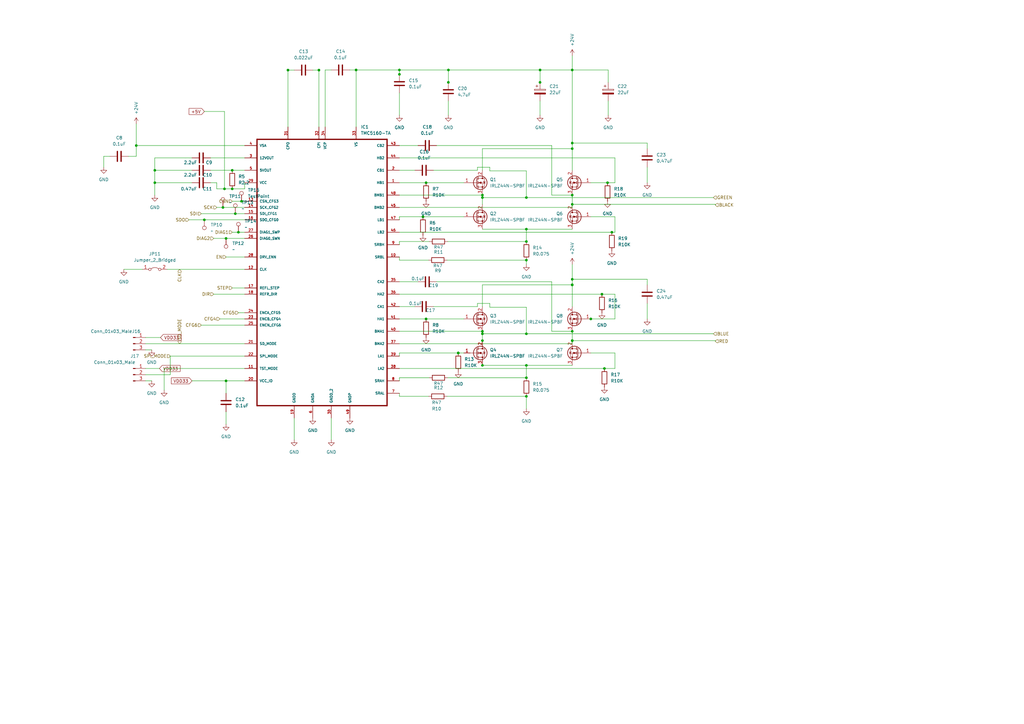
<source format=kicad_sch>
(kicad_sch (version 20211123) (generator eeschema)
  (paper "A3")
  (lib_symbols
    (symbol "Connector:Conn_01x03_Male" (pin_names (offset 1.016) hide)
      (property "Reference" "J" (at 0 5.08 0))
      (property "Value" "Conn_01x03_Male" (at 0 -5.08 0))
      (symbol "Conn_01x03_Male_1_1"
        (polyline (pts (xy 1.27 -2.54) (xy 0.8636 -2.54)) (stroke (width 0.1524)))
        (polyline (pts (xy 1.27 0) (xy 0.8636 0)) (stroke (width 0.1524)))
        (polyline (pts (xy 1.27 2.54) (xy 0.8636 2.54)) (stroke (width 0.1524)))
        (rectangle (start 0.8636 -2.413) (end 0 -2.667) (stroke (width 0.1524)) (fill (type outline)))
        (rectangle (start 0.8636 0.127) (end 0 -0.127) (stroke (width 0.1524)) (fill (type outline)))
        (rectangle (start 0.8636 2.667) (end 0 2.413) (stroke (width 0.1524)) (fill (type outline)))
        (pin passive line (at 5.08 2.54 180) (length 3.81) (name "Pin_1") (number "1"))
        (pin passive line (at 5.08 0 180) (length 3.81) (name "Pin_2") (number "2"))
        (pin passive line (at 5.08 -2.54 180) (length 3.81) (name "Pin_3") (number "3"))
      )
    )
    (symbol "Connector:TestPoint" (pin_numbers hide) (pin_names (offset 0.762) hide)
      (property "Reference" "TP" (at 0 6.858 0))
      (property "Value" "TestPoint" (at 0 5.08 0))
      (symbol "TestPoint_0_1"
        (circle (center 0 3.302) (radius 0.762))
      )
      (symbol "TestPoint_1_1"
        (pin passive line (at 0 0 90) (length 2.54) (name "1") (number "1"))
      )
    )
    (symbol "Device:C" (pin_numbers hide) (pin_names (offset 0.254))
      (property "Reference" "C" (at 0.635 2.54 0))
      (property "Value" "C" (at 0.635 -2.54 0))
      (symbol "C_0_1"
        (polyline (pts (xy -2.032 -0.762) (xy 2.032 -0.762)) (stroke (width 0.508)))
        (polyline (pts (xy -2.032 0.762) (xy 2.032 0.762)) (stroke (width 0.508)))
      )
      (symbol "C_1_1"
        (pin passive line (at 0 3.81 270) (length 2.794) (name "~") (number "1"))
        (pin passive line (at 0 -3.81 90) (length 2.794) (name "~") (number "2"))
      )
    )
    (symbol "Device:C_Polarized" (pin_numbers hide) (pin_names (offset 0.254))
      (property "Reference" "C" (at 0.635 2.54 0))
      (property "Value" "C_Polarized" (at 0.635 -2.54 0))
      (symbol "C_Polarized_0_1"
        (rectangle (start -2.286 0.508) (end 2.286 1.016))
        (polyline (pts (xy -1.778 2.286) (xy -0.762 2.286)))
        (polyline (pts (xy -1.27 2.794) (xy -1.27 1.778)))
        (rectangle (start 2.286 -0.508) (end -2.286 -1.016) (fill (type outline)))
      )
      (symbol "C_Polarized_1_1"
        (pin passive line (at 0 3.81 270) (length 2.794) (name "~") (number "1"))
        (pin passive line (at 0 -3.81 90) (length 2.794) (name "~") (number "2"))
      )
    )
    (symbol "Device:R" (pin_numbers hide) (pin_names (offset 0))
      (property "Reference" "R" (at 2.032 0 90))
      (property "Value" "R" (at 0 0 90))
      (symbol "R_0_1"
        (rectangle (start -1.016 -2.54) (end 1.016 2.54) (stroke (width 0.254)))
      )
      (symbol "R_1_1"
        (pin passive line (at 0 3.81 270) (length 1.27) (name "~") (number "1"))
        (pin passive line (at 0 -3.81 90) (length 1.27) (name "~") (number "2"))
      )
    )
    (symbol "Jumper:Jumper_2_Bridged" (pin_names (offset 0) hide)
      (property "Reference" "JP" (at 0 1.905 0))
      (property "Value" "Jumper_2_Bridged" (at 0 -2.54 0))
      (symbol "Jumper_2_Bridged_0_0"
        (circle (center -2.032 0) (radius 0.508))
        (circle (center 2.032 0) (radius 0.508))
      )
      (symbol "Jumper_2_Bridged_0_1"
        (arc (start 1.524 0.254) (mid 0 0.762) (end -1.524 0.254))
      )
      (symbol "Jumper_2_Bridged_1_1"
        (pin passive line (at -5.08 0 0) (length 2.54) (name "A") (number "1"))
        (pin passive line (at 5.08 0 180) (length 2.54) (name "B") (number "2"))
      )
    )
    (symbol "TMC5160-TA:TMC5160-TA" (pin_names (offset 1.016))
      (property "Reference" "IC" (at 31.75 -7.62 0))
      (property "Value" "TMC5160-TA" (at 31.75 -10.16 0))
      (symbol "TMC5160-TA_0_0"
        (polyline (pts (xy 5.08 -106.68) (xy 58.42 -106.68)) (stroke (width 0.508)))
        (polyline (pts (xy 5.08 2.54) (xy 5.08 -106.68)) (stroke (width 0.508)))
        (polyline (pts (xy 58.42 -106.68) (xy 58.42 2.54)) (stroke (width 0.508)))
        (polyline (pts (xy 58.42 2.54) (xy 5.08 2.54)) (stroke (width 0.508)))
        (pin output line (at 63.5 -15.24 180) (length 5.08) (name "HB1") (number "1"))
        (pin input line (at 63.5 -45.72 180) (length 5.08) (name "SRBL") (number "10"))
        (pin input line (at 0 -91.44 0) (length 5.08) (name "TST_MODE") (number "11"))
        (pin input line (at 0 -50.8 0) (length 5.08) (name "CLK") (number "12"))
        (pin input line (at 0 -22.86 0) (length 5.08) (name "CSN_CFG3") (number "13"))
        (pin input line (at 0 -25.4 0) (length 5.08) (name "SCK_CFG2") (number "14"))
        (pin input line (at 0 -27.94 0) (length 5.08) (name "SDI_CFG1") (number "15"))
        (pin output line (at 0 -30.48 0) (length 5.08) (name "SDO_CFG0") (number "16"))
        (pin input line (at 0 -58.42 0) (length 5.08) (name "REFL_STEP") (number "17"))
        (pin input line (at 0 -60.96 0) (length 5.08) (name "REFR_DIR") (number "18"))
        (pin power_in line (at 20.32 -111.76 90) (length 5.08) (name "GNDD") (number "19"))
        (pin input line (at 63.5 -10.16 180) (length 5.08) (name "CB1") (number "2"))
        (pin power_in line (at 0 -96.52 0) (length 5.08) (name "VCC_IO") (number "20"))
        (pin input line (at 0 -81.28 0) (length 5.08) (name "SD_MODE") (number "21"))
        (pin input line (at 0 -86.36 0) (length 5.08) (name "SPI_MODE") (number "22"))
        (pin input line (at 0 -71.12 0) (length 5.08) (name "ENCB_CFG4") (number "23"))
        (pin input line (at 0 -68.58 0) (length 5.08) (name "ENCA_CFG5") (number "24"))
        (pin input line (at 0 -73.66 0) (length 5.08) (name "ENCN_CFG6") (number "25"))
        (pin bidirectional line (at 0 -38.1 0) (length 5.08) (name "DIAG0_SWN") (number "26"))
        (pin bidirectional line (at 0 -35.56 0) (length 5.08) (name "DIAG1_SWP") (number "27"))
        (pin input line (at 0 -45.72 0) (length 5.08) (name "DRV_ENN") (number "28"))
        (pin power_in line (at 0 -15.24 0) (length 5.08) (name "VCC") (number "29"))
        (pin bidirectional line (at 0 -5.08 0) (length 5.08) (name "12VOUT") (number "3"))
        (pin power_in line (at 35.56 -111.76 90) (length 5.08) (name "GNDD_2") (number "30"))
        (pin input line (at 17.78 7.62 270) (length 5.08) (name "CPO") (number "31"))
        (pin input line (at 30.48 7.62 270) (length 5.08) (name "CPI") (number "32"))
        (pin power_in line (at 45.72 7.62 270) (length 5.08) (name "VS") (number "33"))
        (pin input line (at 33.02 7.62 270) (length 5.08) (name "VCP") (number "34"))
        (pin input line (at 63.5 -55.88 180) (length 5.08) (name "CA2") (number "35"))
        (pin output line (at 63.5 -60.96 180) (length 5.08) (name "HA2") (number "36"))
        (pin input line (at 63.5 -81.28 180) (length 5.08) (name "BMA2") (number "37"))
        (pin output line (at 63.5 -91.44 180) (length 5.08) (name "LA2") (number "38"))
        (pin output line (at 63.5 -86.36 180) (length 5.08) (name "LA1") (number "39"))
        (pin power_in line (at 0 0 0) (length 5.08) (name "VSA") (number "4"))
        (pin input line (at 63.5 -76.2 180) (length 5.08) (name "BMA1") (number "40"))
        (pin output line (at 63.5 -71.12 180) (length 5.08) (name "HA1") (number "41"))
        (pin input line (at 63.5 -66.04 180) (length 5.08) (name "CA1") (number "42"))
        (pin input line (at 63.5 0 180) (length 5.08) (name "CB2") (number "43"))
        (pin output line (at 63.5 -5.08 180) (length 5.08) (name "HB2") (number "44"))
        (pin input line (at 63.5 -25.4 180) (length 5.08) (name "BMB2") (number "45"))
        (pin output line (at 63.5 -35.56 180) (length 5.08) (name "LB2") (number "46"))
        (pin output line (at 63.5 -30.48 180) (length 5.08) (name "LB1") (number "47"))
        (pin input line (at 63.5 -20.32 180) (length 5.08) (name "BMB1") (number "48"))
        (pin power_in line (at 43.18 -111.76 90) (length 5.08) (name "GNDP") (number "49"))
        (pin bidirectional line (at 0 -10.16 0) (length 5.08) (name "5VOUT") (number "5"))
        (pin power_in line (at 27.94 -111.76 90) (length 5.08) (name "GNDA") (number "6"))
        (pin input line (at 63.5 -101.6 180) (length 5.08) (name "SRAL") (number "7"))
        (pin input line (at 63.5 -96.52 180) (length 5.08) (name "SRAH") (number "8"))
        (pin input line (at 63.5 -40.64 180) (length 5.08) (name "SRBH") (number "9"))
      )
    )
    (symbol "knownParts:IRLZ44N-SPBF" (pin_names hide)
      (property "Reference" "Q" (at 6.35 1.905 0))
      (property "Value" "IRLZ44N-SPBF" (at 6.35 0 0))
      (symbol "IRLZ44N-SPBF_0_1"
        (polyline (pts (xy 0.254 0) (xy -2.54 0)))
        (polyline (pts (xy 0.254 1.905) (xy 0.254 -1.905)) (stroke (width 0.254)))
        (polyline (pts (xy 0.762 -1.27) (xy 0.762 -2.286)) (stroke (width 0.254)))
        (polyline (pts (xy 0.762 0.508) (xy 0.762 -0.508)) (stroke (width 0.254)))
        (polyline (pts (xy 0.762 2.286) (xy 0.762 1.27)) (stroke (width 0.254)))
        (polyline (pts (xy 2.54 2.54) (xy 2.54 1.778)))
        (polyline (pts (xy 2.54 -2.54) (xy 2.54 0) (xy 0.762 0)))
        (polyline (pts (xy 0.762 -1.778) (xy 3.302 -1.778) (xy 3.302 1.778) (xy 0.762 1.778)))
        (polyline (pts (xy 1.016 0) (xy 2.032 0.381) (xy 2.032 -0.381) (xy 1.016 0)) (fill (type outline)))
        (polyline (pts (xy 2.794 0.508) (xy 2.921 0.381) (xy 3.683 0.381) (xy 3.81 0.254)))
        (polyline (pts (xy 3.302 0.381) (xy 2.921 -0.254) (xy 3.683 -0.254) (xy 3.302 0.381)))
        (circle (center 1.651 0) (radius 2.794) (stroke (width 0.254)))
        (circle (center 2.54 -1.778) (radius 0.254) (fill (type outline)))
        (circle (center 2.54 1.778) (radius 0.254) (fill (type outline)))
      )
      (symbol "IRLZ44N-SPBF_1_1"
        (pin input line (at -5.08 0 0) (length 2.54) (name "G") (number "1"))
        (pin passive line (at 2.54 5.08 270) (length 2.54) (name "D") (number "2"))
        (pin passive line (at 2.54 -5.08 90) (length 2.54) (name "S") (number "3"))
      )
    )
    (symbol "power:+24V" (power) (pin_names (offset 0))
      (property "Value" "+24V" (at 0 3.556 0))
      (symbol "+24V_0_1"
        (polyline (pts (xy -0.762 1.27) (xy 0 2.54)))
        (polyline (pts (xy 0 0) (xy 0 2.54)))
        (polyline (pts (xy 0 2.54) (xy 0.762 1.27)))
      )
      (symbol "+24V_1_1"
        (pin power_in line (at 0 0 90) (length 0) hide (name "+24V") (number "1"))
      )
    )
    (symbol "power:GND" (power) (pin_names (offset 0))
      (property "Value" "GND" (at 0 -3.81 0))
      (symbol "GND_0_1"
        (polyline (pts (xy 0 0) (xy 0 -1.27) (xy 1.27 -1.27) (xy 0 -2.54) (xy -1.27 -1.27) (xy 0 -1.27)))
      )
      (symbol "GND_1_1"
        (pin power_in line (at 0 0 270) (length 0) hide (name "GND") (number "1"))
      )
    )
  )
  (junction (at 187.96 144.78))
  (junction (at 234.696 28.702))
  (junction (at 215.9 149.86))
  (junction (at 99.06 82.55))
  (junction (at 63.5 74.93))
  (junction (at 95.25 77.47))
  (junction (at 242.3237 130.81))
  (junction (at 234.696 80.01))
  (junction (at 221.488 33.782))
  (junction (at 197.866 135.89))
  (junction (at 215.9 154.94))
  (junction (at 215.9 93.98))
  (junction (at 234.7037 135.89))
  (junction (at 92.71 156.21))
  (junction (at 83.82 90.17))
  (junction (at 250.952 95.25))
  (junction (at 92.075 77.47))
  (junction (at 130.81 28.7483))
  (junction (at 97.79 95.25))
  (junction (at 234.696 83.82))
  (junction (at 163.8195 28.702))
  (junction (at 246.888 120.65))
  (junction (at 174.752 130.81))
  (junction (at 234.696 116.84))
  (junction (at 234.696 58.674))
  (junction (at 118.11 28.7483))
  (junction (at 173.482 88.9))
  (junction (at 197.866 80.01))
  (junction (at 215.9 136.906))
  (junction (at 92.71 97.79))
  (junction (at 221.5083 28.702))
  (junction (at 215.9 106.68))
  (junction (at 234.696 139.7))
  (junction (at 215.9 162.56))
  (junction (at 55.88 59.69))
  (junction (at 197.866 136.906))
  (junction (at 234.696 114.554))
  (junction (at 95.25 69.85))
  (junction (at 249.174 74.93))
  (junction (at 63.5 69.85))
  (junction (at 183.896 33.782))
  (junction (at 215.9 81.026))
  (junction (at 234.696 60.96))
  (junction (at 146.05 28.702))
  (junction (at 197.866 81.026))
  (junction (at 183.9228 28.702))
  (junction (at 91.44 85.09))
  (junction (at 187.96 144.775))
  (junction (at 96.52 87.63))
  (junction (at 234.7037 139.7))
  (junction (at 234.7037 116.84))
  (junction (at 215.9 99.06))
  (junction (at 197.866 149.855))
  (junction (at 247.904 151.13))
  (junction (at 197.866 139.695))
  (junction (at 174.752 74.93))
  (junction (at 163.83 30.48))
  (wire (pts (xy 215.9 93.98) (xy 215.9 99.06)))
  (wire (pts (xy 265.43 58.674) (xy 265.43 60.96)))
  (wire (pts (xy 163.83 106.68) (xy 175.768 106.68)))
  (wire (pts (xy 265.43 58.674) (xy 234.696 58.674)))
  (wire (pts (xy 92.075 45.72) (xy 83.82 45.72)))
  (wire (pts (xy 163.83 88.9) (xy 163.83 90.17)))
  (wire (pts (xy 163.83 69.85) (xy 170.18 69.85)))
  (wire (pts (xy 163.83 115.57) (xy 171.45 115.57)))
  (wire (pts (xy 163.83 130.81) (xy 174.752 130.81)))
  (wire (pts (xy 118.11 28.7483) (xy 120.7057 28.7483)))
  (wire (pts (xy 179.07 115.57) (xy 226.314 115.57)))
  (wire (pts (xy 55.88 50.8) (xy 55.88 59.69)))
  (wire (pts (xy 234.696 139.7) (xy 234.696 140.97)))
  (wire (pts (xy 163.83 161.29) (xy 163.83 162.56)))
  (wire (pts (xy 200.914 68.58) (xy 200.914 70.104)))
  (wire (pts (xy 190.246 144.775) (xy 187.96 144.775)))
  (wire (pts (xy 249.428 28.702) (xy 249.428 33.782)))
  (wire (pts (xy 195.834 69.85) (xy 195.834 68.58)))
  (wire (pts (xy 234.696 22.86) (xy 234.696 28.702)))
  (wire (pts (xy 234.696 83.82) (xy 293.37 83.82)))
  (wire (pts (xy 88.9 77.47) (xy 92.075 77.47)))
  (wire (pts (xy 55.88 59.69) (xy 100.33 59.69)))
  (wire (pts (xy 187.96 144.775) (xy 187.96 144.78)))
  (wire (pts (xy 215.9 149.86) (xy 215.9 154.94)))
  (wire (pts (xy 97.79 128.27) (xy 100.33 128.27)))
  (wire (pts (xy 118.11 28.702) (xy 118.11 28.7483)))
  (wire (pts (xy 183.642 154.94) (xy 215.9 154.94)))
  (wire (pts (xy 163.83 85.09) (xy 234.696 85.09)))
  (wire (pts (xy 215.9 81.026) (xy 197.866 81.026)))
  (wire (pts (xy 234.696 60.96) (xy 234.696 69.85)))
  (wire (pts (xy 59.69 140.97) (xy 100.33 140.97)))
  (wire (pts (xy 183.388 106.68) (xy 215.9 106.68)))
  (wire (pts (xy 59.69 143.51) (xy 62.23 143.51)))
  (wire (pts (xy 174.752 74.93) (xy 190.246 74.93)))
  (wire (pts (xy 242.316 144.78) (xy 252.222 144.78)))
  (wire (pts (xy 234.696 83.82) (xy 234.696 85.09)))
  (wire (pts (xy 163.83 156.21) (xy 163.83 154.94)))
  (wire (pts (xy 215.9 81.026) (xy 292.608 81.026)))
  (wire (pts (xy 99.06 82.55) (xy 100.33 82.55)))
  (wire (pts (xy 252.222 64.77) (xy 252.222 74.93)))
  (wire (pts (xy 163.83 154.94) (xy 176.022 154.94)))
  (wire (pts (xy 146.05 28.702) (xy 146.05 52.07)))
  (wire (pts (xy 95.25 118.11) (xy 100.33 118.11)))
  (wire (pts (xy 242.3237 130.81) (xy 252.222 130.81)))
  (wire (pts (xy 242.316 130.81) (xy 242.3237 130.81)))
  (wire (pts (xy 163.83 74.93) (xy 174.752 74.93)))
  (wire (pts (xy 234.696 80.01) (xy 234.696 83.82)))
  (wire (pts (xy 200.914 125.984) (xy 215.9 125.984)))
  (wire (pts (xy 215.9 93.98) (xy 234.696 93.98)))
  (wire (pts (xy 163.83 95.25) (xy 250.952 95.25)))
  (wire (pts (xy 183.9228 28.702) (xy 183.9228 33.782)))
  (wire (pts (xy 69.85 146.05) (xy 100.33 146.05)))
  (wire (pts (xy 118.11 28.7483) (xy 118.11 52.07)))
  (wire (pts (xy 63.5 64.77) (xy 63.5 69.85)))
  (wire (pts (xy 195.834 68.58) (xy 200.914 68.58)))
  (wire (pts (xy 163.83 151.13) (xy 247.904 151.13)))
  (wire (pts (xy 163.83 100.33) (xy 163.83 99.06)))
  (wire (pts (xy 100.33 69.85) (xy 95.25 69.85)))
  (wire (pts (xy 174.752 130.81) (xy 190.246 130.81)))
  (wire (pts (xy 234.7037 139.7) (xy 293.37 139.7)))
  (wire (pts (xy 234.696 139.7) (xy 234.7037 139.7)))
  (wire (pts (xy 163.83 105.41) (xy 163.83 106.68)))
  (wire (pts (xy 67.31 151.13) (xy 100.33 151.13)))
  (wire (pts (xy 215.9 125.984) (xy 215.9 136.906)))
  (wire (pts (xy 59.69 153.67) (xy 69.85 153.67)))
  (wire (pts (xy 183.388 162.56) (xy 215.9 162.56)))
  (wire (pts (xy 242.316 74.93) (xy 249.174 74.93)))
  (wire (pts (xy 163.83 64.77) (xy 252.222 64.77)))
  (wire (pts (xy 163.83 80.01) (xy 197.866 80.01)))
  (wire (pts (xy 197.866 80.01) (xy 197.866 81.026)))
  (wire (pts (xy 163.83 144.78) (xy 187.96 144.78)))
  (wire (pts (xy 130.81 28.702) (xy 130.81 28.7483)))
  (wire (pts (xy 215.9 106.68) (xy 215.9 108.458)))
  (wire (pts (xy 197.866 136.906) (xy 197.866 139.695)))
  (wire (pts (xy 163.83 144.78) (xy 163.83 146.05)))
  (wire (pts (xy 69.85 153.67) (xy 69.85 146.05)))
  (wire (pts (xy 100.33 74.93) (xy 100.33 77.47)))
  (wire (pts (xy 250.952 95.25) (xy 252.222 95.25)))
  (wire (pts (xy 234.696 58.674) (xy 234.696 60.96)))
  (wire (pts (xy 68.58 110.49) (xy 100.33 110.49)))
  (wire (pts (xy 87.63 120.65) (xy 100.33 120.65)))
  (wire (pts (xy 86.36 64.77) (xy 100.33 64.77)))
  (wire (pts (xy 226.314 59.69) (xy 226.314 80.01)))
  (wire (pts (xy 92.71 168.91) (xy 92.71 173.99)))
  (wire (pts (xy 197.866 149.86) (xy 215.9 149.86)))
  (wire (pts (xy 234.696 108.458) (xy 234.696 114.554)))
  (wire (pts (xy 183.9228 28.702) (xy 221.5083 28.702)))
  (wire (pts (xy 92.71 156.21) (xy 92.71 161.29)))
  (wire (pts (xy 146.05 28.702) (xy 163.8195 28.702)))
  (wire (pts (xy 55.88 59.69) (xy 55.88 64.135)))
  (wire (pts (xy 163.83 38.1) (xy 163.83 47.244)))
  (wire (pts (xy 96.52 87.63) (xy 100.33 87.63)))
  (wire (pts (xy 221.5083 33.782) (xy 221.488 33.782)))
  (wire (pts (xy 50.8 110.49) (xy 58.42 110.49)))
  (wire (pts (xy 265.43 68.58) (xy 265.43 74.93)))
  (wire (pts (xy 195.834 124.46) (xy 200.914 124.46)))
  (wire (pts (xy 200.914 70.104) (xy 215.9 70.104)))
  (wire (pts (xy 135.89 171.45) (xy 135.89 180.34)))
  (wire (pts (xy 197.866 60.96) (xy 234.696 60.96)))
  (wire (pts (xy 163.83 99.06) (xy 176.022 99.06)))
  (wire (pts (xy 265.43 114.554) (xy 234.696 114.554)))
  (wire (pts (xy 197.866 139.695) (xy 197.866 139.7)))
  (wire (pts (xy 59.69 151.13) (xy 65.405 151.13)))
  (wire (pts (xy 179.07 59.69) (xy 226.314 59.69)))
  (wire (pts (xy 120.65 171.45) (xy 120.65 180.34)))
  (wire (pts (xy 173.482 88.9) (xy 190.246 88.9)))
  (wire (pts (xy 77.47 90.17) (xy 83.82 90.17)))
  (wire (pts (xy 265.43 114.554) (xy 265.43 116.84)))
  (wire (pts (xy 265.43 124.46) (xy 265.43 130.81)))
  (wire (pts (xy 215.9 136.906) (xy 292.608 136.906)))
  (wire (pts (xy 128.3257 28.7483) (xy 130.81 28.7483)))
  (wire (pts (xy 163.8195 28.702) (xy 163.8195 30.48)))
  (wire (pts (xy 87.63 97.79) (xy 92.71 97.79)))
  (wire (pts (xy 133.35 28.702) (xy 133.35 52.07)))
  (wire (pts (xy 163.8195 28.702) (xy 183.9228 28.702)))
  (wire (pts (xy 246.888 120.65) (xy 252.222 120.65)))
  (wire (pts (xy 63.5 69.85) (xy 63.5 74.93)))
  (wire (pts (xy 163.83 162.56) (xy 175.768 162.56)))
  (wire (pts (xy 63.5 74.93) (xy 63.5 80.01)))
  (wire (pts (xy 90.17 130.81) (xy 100.33 130.81)))
  (wire (pts (xy 293.37 83.82) (xy 293.37 84.074)))
  (wire (pts (xy 252.222 120.65) (xy 252.222 130.81)))
  (wire (pts (xy 163.83 59.69) (xy 171.45 59.69)))
  (wire (pts (xy 177.8 69.85) (xy 195.834 69.85)))
  (wire (pts (xy 293.37 139.7) (xy 293.37 139.954)))
  (wire (pts (xy 252.222 88.9) (xy 252.222 95.25)))
  (wire (pts (xy 59.69 138.43) (xy 65.8381 138.43)))
  (wire (pts (xy 163.83 88.9) (xy 173.482 88.9)))
  (wire (pts (xy 197.866 149.86) (xy 197.866 149.855)))
  (wire (pts (xy 197.866 125.73) (xy 197.866 116.84)))
  (wire (pts (xy 63.5 64.77) (xy 78.74 64.77)))
  (wire (pts (xy 86.36 74.93) (xy 88.9 74.93)))
  (wire (pts (xy 95.25 95.25) (xy 97.79 95.25)))
  (wire (pts (xy 67.31 151.13) (xy 67.31 160.02)))
  (wire (pts (xy 234.7037 116.84) (xy 234.696 116.84)))
  (wire (pts (xy 42.545 64.135) (xy 45.0938 64.135)))
  (wire (pts (xy 242.316 88.9) (xy 252.222 88.9)))
  (wire (pts (xy 183.642 99.06) (xy 215.9 99.06)))
  (wire (pts (xy 226.314 80.01) (xy 234.696 80.01)))
  (wire (pts (xy 234.696 114.554) (xy 234.696 116.84)))
  (wire (pts (xy 215.9 136.906) (xy 197.866 136.906)))
  (wire (pts (xy 215.9 149.86) (xy 234.696 149.86)))
  (wire (pts (xy 163.83 140.97) (xy 234.696 140.97)))
  (wire (pts (xy 63.5 74.93) (xy 78.74 74.93)))
  (wire (pts (xy 234.696 28.702) (xy 249.428 28.702)))
  (wire (pts (xy 163.83 135.89) (xy 197.866 135.89)))
  (wire (pts (xy 221.5083 28.702) (xy 221.5083 33.782)))
  (wire (pts (xy 88.9 74.93) (xy 88.9 77.47)))
  (wire (pts (xy 249.428 41.402) (xy 249.428 47.244)))
  (wire (pts (xy 78.74 156.21) (xy 92.71 156.21)))
  (wire (pts (xy 215.9 70.104) (xy 215.9 81.026)))
  (wire (pts (xy 197.866 69.85) (xy 197.866 60.96)))
  (wire (pts (xy 92.71 105.41) (xy 100.33 105.41)))
  (wire (pts (xy 163.83 125.73) (xy 170.18 125.73)))
  (wire (pts (xy 130.81 28.7483) (xy 130.81 52.07)))
  (wire (pts (xy 59.69 156.21) (xy 62.23 156.21)))
  (wire (pts (xy 215.9 162.56) (xy 215.9 167.64)))
  (wire (pts (xy 247.904 151.13) (xy 252.222 151.13)))
  (wire (pts (xy 92.71 156.21) (xy 100.33 156.21)))
  (wire (pts (xy 197.866 135.89) (xy 197.866 136.906)))
  (wire (pts (xy 226.314 115.57) (xy 226.314 135.89)))
  (wire (pts (xy 221.488 41.402) (xy 221.488 47.244)))
  (wire (pts (xy 177.8 125.73) (xy 195.834 125.73)))
  (wire (pts (xy 197.866 116.84) (xy 234.696 116.84)))
  (wire (pts (xy 42.545 68.58) (xy 42.545 64.135)))
  (wire (pts (xy 200.914 124.46) (xy 200.914 125.984)))
  (wire (pts (xy 197.866 81.026) (xy 197.866 83.82)))
  (wire (pts (xy 92.075 45.72) (xy 92.075 77.47)))
  (wire (pts (xy 221.5083 28.702) (xy 234.696 28.702)))
  (wire (pts (xy 92.075 77.47) (xy 95.25 77.47)))
  (wire (pts (xy 163.8195 30.48) (xy 163.83 30.48)))
  (wire (pts (xy 143.4882 28.702) (xy 146.05 28.702)))
  (wire (pts (xy 249.174 74.93) (xy 252.222 74.93)))
  (wire (pts (xy 133.35 28.702) (xy 135.8682 28.702)))
  (wire (pts (xy 163.83 120.65) (xy 246.888 120.65)))
  (wire (pts (xy 86.36 69.85) (xy 95.25 69.85)))
  (wire (pts (xy 63.5 69.85) (xy 78.74 69.85)))
  (wire (pts (xy 83.82 90.17) (xy 100.33 90.17)))
  (wire (pts (xy 95.25 77.47) (xy 100.33 77.47)))
  (wire (pts (xy 82.55 133.35) (xy 100.33 133.35)))
  (wire (pts (xy 52.7138 64.135) (xy 55.88 64.135)))
  (wire (pts (xy 82.55 87.63) (xy 96.52 87.63)))
  (wire (pts (xy 92.71 97.79) (xy 100.33 97.79)))
  (wire (pts (xy 183.9228 33.782) (xy 183.896 33.782)))
  (wire (pts (xy 195.834 125.73) (xy 195.834 124.46)))
  (wire (pts (xy 183.896 41.402) (xy 183.896 47.244)))
  (wire (pts (xy 234.7037 135.89) (xy 234.7037 139.7)))
  (wire (pts (xy 91.44 85.09) (xy 100.33 85.09)))
  (wire (pts (xy 97.79 95.25) (xy 100.33 95.25)))
  (wire (pts (xy 95.25 82.55) (xy 99.06 82.55)))
  (wire (pts (xy 234.696 28.702) (xy 234.696 58.674)))
  (wire (pts (xy 226.314 135.89) (xy 234.7037 135.89)))
  (wire (pts (xy 88.9 85.09) (xy 91.44 85.09)))
  (wire (pts (xy 197.866 93.98) (xy 215.9 93.98)))
  (wire (pts (xy 234.7037 125.73) (xy 234.7037 116.84)))
  (wire (pts (xy 252.222 144.78) (xy 252.222 151.13)))
  (global_label "VDD33" (shape input) (at 65.405 151.13 0) (property "Intersheet References" "${INTERSHEET_REFS}" (effects hide)))
  (global_label "VDD33" (shape input) (at 65.8381 138.43 0) (property "Intersheet References" "${INTERSHEET_REFS}" (effects hide)))
  (global_label "VDD33" (shape input) (at 78.74 156.21 180) (property "Intersheet References" "${INTERSHEET_REFS}" (effects hide)))
  (global_label "+5V" (shape input) (at 83.82 45.72 180) (property "Intersheet References" "${INTERSHEET_REFS}" (effects hide)))
  (hierarchical_label "RED" (shape input) (at 293.37 139.954 0))
  (hierarchical_label "BLUE" (shape input) (at 292.608 136.906 0))
  (hierarchical_label "SD_MODE" (shape input) (at 73.66 140.97 90))
  (hierarchical_label "DIAG2" (shape input) (at 87.63 97.79 180))
  (hierarchical_label "SDO" (shape input) (at 77.47 90.17 180))
  (hierarchical_label "DIR" (shape input) (at 87.63 120.65 180))
  (hierarchical_label "EN" (shape input) (at 92.71 105.41 180))
  (hierarchical_label "SDI" (shape input) (at 82.55 87.63 180))
  (hierarchical_label "SCK" (shape input) (at 88.9 85.09 180))
  (hierarchical_label "STEP" (shape input) (at 95.25 118.11 180))
  (hierarchical_label "SPI_MODE" (shape input) (at 69.85 146.05 180))
  (hierarchical_label "CFG5" (shape input) (at 97.79 128.27 180))
  (hierarchical_label "CLK" (shape input) (at 73.66 110.49 270))
  (hierarchical_label "DIAG1" (shape input) (at 95.25 95.25 180))
  (hierarchical_label "CFG6" (shape input) (at 82.55 133.35 180))
  (hierarchical_label "CFG4" (shape input) (at 90.17 130.81 180))
  (hierarchical_label "CSN" (shape input) (at 95.25 82.55 180))
  (hierarchical_label "GREEN" (shape input) (at 292.608 81.026 0))
  (hierarchical_label "BLACK" (shape input) (at 293.37 84.074 0))
  (symbol (lib_id "power:GND") (at 163.83 47.244 0) (unit 1)
    (property "Reference" "#PWR029" (effects hide))
    (property "Value" "GND" (at 163.83 52.324 0))
  )
  (symbol (lib_id "power:GND") (at 67.31 160.02 0) (unit 1)
    (property "Reference" "#PWR023" (effects hide))
    (property "Value" "GND" (at 67.31 165.1 0))
  )
  (symbol (lib_id "Device:R") (at 215.9 158.75 180) (unit 1)
    (property "Reference" "R15" (at 218.44 157.4799 0) (effects (justify right)))
    (property "Value" "R0.075" (at 218.44 160.0199 0) (effects (justify right)))
    (property "Footprint" "Resistor_SMD:R_1206_3216Metric_Pad1.30x1.75mm_HandSolder" (effects hide))
    (property "Digi-Key_Part_Number" "P.075AUCT-ND" (effects hide))
    (property "MP" "ERJ-8BWFR075V" (effects hide))
    (property "Manufacturer" "Panasonic Electronic Components" (effects hide))
  )
  (symbol (lib_id "Device:C_Polarized") (at 249.428 37.592 0) (unit 1)
    (property "Reference" "C22" (at 253.238 35.4329 0) (effects (justify left)))
    (property "Value" "22uF" (at 253.238 37.9729 0) (effects (justify left)))
    (property "Footprint" "Capacitor_SMD:CP_Elec_8x10.5" (effects hide))
    (property "Digi-Key_Part_Number" "1189-2383-1-ND" (effects hide))
    (property "MP" "100SEV22M8X10.5" (effects hide))
    (property "Manufacturer" "Rubycon" (effects hide))
  )
  (symbol (lib_id "Connector:TestPoint") (at 83.82 90.17 180) (unit 1)
    (property "Reference" "TP10" (at 86.36 92.2019 0) (effects (justify right)))
    (property "Value" "~" (at 86.36 94.7419 0) (effects (justify right)))
    (property "Footprint" "TestPoint:TestPoint_THTPad_D2.5mm_Drill1.2mm" (effects hide))
  )
  (symbol (lib_id "Connector:TestPoint") (at 96.52 87.63 0) (unit 1)
    (property "Reference" "TP13" (at 99.06 83.0579 0) (effects (justify left)))
    (property "Value" "~" (at 99.06 85.5979 0) (effects (justify left)))
    (property "Footprint" "TestPoint:TestPoint_THTPad_D2.5mm_Drill1.2mm" (effects hide))
  )
  (symbol (lib_id "Device:R") (at 174.752 78.74 0) (unit 1)
    (property "Reference" "R7" (at 177.292 77.4699 0) (effects (justify left)))
    (property "Value" "R10K" (at 177.292 80.0099 0) (effects (justify left)))
    (property "Footprint" "Resistor_SMD:R_0805_2012Metric_Pad1.20x1.40mm_HandSolder" (effects hide))
  )
  (symbol (lib_id "Connector:TestPoint") (at 91.44 85.09 0) (unit 1)
    (property "Reference" "TP11" (at 93.98 80.5179 0) (effects (justify left)))
    (property "Value" "~" (at 93.98 83.0579 0) (effects (justify left)))
    (property "Footprint" "TestPoint:TestPoint_THTPad_D2.5mm_Drill1.2mm" (effects hide))
  )
  (symbol (lib_id "Device:C") (at 173.99 69.85 270) (unit 1)
    (property "Reference" "C16" (at 173.99 62.23 90))
    (property "Value" "0.1uF" (at 173.99 64.77 90))
    (property "Footprint" "Capacitor_SMD:C_0805_2012Metric_Pad1.18x1.45mm_HandSolder" (effects hide))
    (property "Digi-Key_Part_Number" "1276-6840-1-ND" (effects hide))
    (property "MP" "CL21B104KCFNNNE" (effects hide))
    (property "Manufacturer" "Samsung Electro-Mechanics" (effects hide))
  )
  (symbol (lib_id "Device:R") (at 179.578 106.68 270) (unit 1)
    (property "Reference" "R9" (at 179.578 110.998 90))
    (property "Value" "R47" (at 179.578 108.966 90))
    (property "Footprint" "Resistor_SMD:R_1206_3216Metric_Pad1.30x1.75mm_HandSolder" (effects hide))
    (property "Digi-Key_Part_Number" "A129794CT-ND" (effects hide))
    (property "MP" "CRGCQ1206F47R" (effects hide))
    (property "Manufacturer" "TE Connectivity Passive Product" (effects hide))
  )
  (symbol (lib_id "Device:C") (at 183.896 37.592 180) (unit 1)
    (property "Reference" "C20" (at 187.706 36.3219 0) (effects (justify right)))
    (property "Value" "4.7uF" (at 187.706 38.8619 0) (effects (justify right)))
    (property "Footprint" "Capacitor_SMD:C_1210_3225Metric_Pad1.33x2.70mm_HandSolder" (effects hide))
    (property "Digi-Key_Part_Number" "1276-7060-1-ND" (effects hide))
    (property "MP" "CL32B475KCVZW6E" (effects hide))
    (property "Manufacturer" "Samsung Electro-Mechanics" (effects hide))
  )
  (symbol (lib_id "Connector:Conn_01x03_Male") (at 54.61 153.67 0) (unit 1)
    (property "Reference" "J17" (at 55.245 146.05 0))
    (property "Value" "Conn_01x03_Male" (at 46.99 148.59 0))
    (property "Footprint" "Connector_PinHeader_2.54mm:PinHeader_1x03_P2.54mm_Vertical" (effects hide))
  )
  (symbol (lib_id "Device:C") (at 139.6782 28.702 270) (unit 1)
    (property "Reference" "C14" (at 139.6782 21.082 90))
    (property "Value" "0.1uF" (at 139.6782 23.622 90))
    (property "Footprint" "Capacitor_SMD:C_0805_2012Metric_Pad1.18x1.45mm_HandSolder" (effects hide))
    (property "Digi-Key_Part_Number" "1276-6840-1-ND" (effects hide))
    (property "MP" "CL21B104KCFNNNE" (effects hide))
    (property "Manufacturer" "Samsung Electro-Mechanics" (effects hide))
  )
  (symbol (lib_id "power:GND") (at 50.8 110.49 0) (unit 1)
    (property "Reference" "#PWR018" (effects hide))
    (property "Value" "GND" (at 50.8 115.57 0))
  )
  (symbol (lib_id "power:+24V") (at 234.696 22.86 0) (unit 1)
    (property "Reference" "#PWR038" (effects hide))
    (property "Value" "+24V" (at 234.6959 19.05 90) (effects (justify left)))
  )
  (symbol (lib_id "power:GND") (at 249.428 47.244 0) (unit 1)
    (property "Reference" "#PWR043" (effects hide))
    (property "Value" "GND" (at 249.428 52.324 0))
  )
  (symbol (lib_id "power:GND") (at 265.43 130.81 0) (unit 1)
    (property "Reference" "#PWR046" (effects hide))
    (property "Value" "GND" (at 265.43 135.89 0))
  )
  (symbol (lib_id "knownParts:IRLZ44N-SPBF") (at 195.326 88.9 0) (unit 1)
    (property "Reference" "Q2" (at 200.914 87.6299 0) (effects (justify left)))
    (property "Value" "IRLZ44N-SPBF" (at 200.914 90.1699 0) (effects (justify left)))
    (property "Footprint" "Package_TO_SOT_SMD:TO-263-2" (effects hide))
    (property "Datasheet" "https://www.infineon.com/dgdl/irlz44nspbf.pdf?fileId=5546d462533600a40153567221272727" (effects hide))
    (property "Digi-Key_Part_Number" "IRLZ44NSPBF-ND" (effects hide))
    (property "MP" "IRLZ44NSPBF" (effects hide))
    (property "Manufacturer" "Infineon Technologies" (effects hide))
  )
  (symbol (lib_id "Device:C") (at 163.83 34.29 180) (unit 1)
    (property "Reference" "C15" (at 167.64 33.0199 0) (effects (justify right)))
    (property "Value" "0.1uF" (at 167.64 35.5599 0) (effects (justify right)))
    (property "Footprint" "Capacitor_SMD:C_0805_2012Metric_Pad1.18x1.45mm_HandSolder" (effects hide))
    (property "Digi-Key_Part_Number" "1276-6840-1-ND" (effects hide))
    (property "MP" "CL21B104KCFNNNE" (effects hide))
    (property "Manufacturer" "Samsung Electro-Mechanics" (effects hide))
  )
  (symbol (lib_id "Device:C") (at 173.99 125.73 270) (unit 1)
    (property "Reference" "C17" (at 176.53 127.254 90))
    (property "Value" "0.1uF" (at 170.434 124.46 90))
    (property "Footprint" "Capacitor_SMD:C_0805_2012Metric_Pad1.18x1.45mm_HandSolder" (effects hide))
    (property "Digi-Key_Part_Number" "1276-6840-1-ND" (effects hide))
    (property "MP" "CL21B104KCFNNNE" (effects hide))
    (property "Manufacturer" "Samsung Electro-Mechanics" (effects hide))
  )
  (symbol (lib_id "Device:C") (at 175.26 59.69 270) (unit 1)
    (property "Reference" "C18" (at 175.26 52.07 90))
    (property "Value" "0.1uF" (at 175.26 54.61 90))
    (property "Footprint" "Capacitor_SMD:C_0805_2012Metric_Pad1.18x1.45mm_HandSolder" (effects hide))
    (property "Digi-Key_Part_Number" "1276-6840-1-ND" (effects hide))
    (property "MP" "CL21B104KCFNNNE" (effects hide))
    (property "Manufacturer" "Samsung Electro-Mechanics" (effects hide))
  )
  (symbol (lib_id "Device:R") (at 179.578 162.56 270) (unit 1)
    (property "Reference" "R10" (at 179.07 167.64 90))
    (property "Value" "R47" (at 179.07 165.1 90))
    (property "Footprint" "Resistor_SMD:R_1206_3216Metric_Pad1.30x1.75mm_HandSolder" (effects hide))
    (property "Digi-Key_Part_Number" "A129794CT-ND" (effects hide))
    (property "MP" "CRGCQ1206F47R" (effects hide))
    (property "Manufacturer" "TE Connectivity Passive Product" (effects hide))
  )
  (symbol (lib_id "Device:C") (at 82.55 69.85 270) (unit 1)
    (property "Reference" "C10" (at 85.09 71.755 90))
    (property "Value" "2.2uF" (at 78.105 71.755 90))
    (property "Footprint" "Capacitor_SMD:C_0805_2012Metric_Pad1.18x1.45mm_HandSolder" (effects hide))
    (property "Digi-Key_Part_Number" "1276-1162-1-ND" (effects hide))
    (property "MP" "CL21B225KOFNNNE" (effects hide))
    (property "Manufacturer" "Samsung Electro-Mechanics" (effects hide))
  )
  (symbol (lib_id "Device:R") (at 246.888 124.46 0) (unit 1)
    (property "Reference" "R16" (at 249.428 123.1899 0) (effects (justify left)))
    (property "Value" "R10K" (at 249.428 125.7299 0) (effects (justify left)))
    (property "Footprint" "Resistor_SMD:R_0805_2012Metric_Pad1.20x1.40mm_HandSolder" (effects hide))
  )
  (symbol (lib_id "knownParts:IRLZ44N-SPBF") (at 195.326 144.775 0) (unit 1)
    (property "Reference" "Q4" (at 200.914 143.5049 0) (effects (justify left)))
    (property "Value" "IRLZ44N-SPBF" (at 200.914 146.0449 0) (effects (justify left)))
    (property "Footprint" "Package_TO_SOT_SMD:TO-263-2" (effects hide))
    (property "Datasheet" "https://www.infineon.com/dgdl/irlz44nspbf.pdf?fileId=5546d462533600a40153567221272727" (effects hide))
    (property "Digi-Key_Part_Number" "IRLZ44NSPBF-ND" (effects hide))
    (property "MP" "IRLZ44NSPBF" (effects hide))
    (property "Manufacturer" "Infineon Technologies" (effects hide))
  )
  (symbol (lib_id "power:GND") (at 246.888 128.27 0) (unit 1)
    (property "Reference" "#PWR040" (effects hide))
    (property "Value" "GND" (at 246.888 133.35 0))
  )
  (symbol (lib_id "power:+24V") (at 234.696 108.458 0) (unit 1)
    (property "Reference" "#PWR039" (effects hide))
    (property "Value" "+24V" (at 234.6959 104.648 90) (effects (justify left)))
  )
  (symbol (lib_id "power:GND") (at 215.9 167.64 0) (unit 1)
    (property "Reference" "#PWR036" (effects hide))
    (property "Value" "GND" (at 215.9 172.72 0))
  )
  (symbol (lib_id "Device:R") (at 174.752 134.62 0) (unit 1)
    (property "Reference" "R8" (at 177.292 133.3499 0) (effects (justify left)))
    (property "Value" "R10K" (at 177.292 135.8899 0) (effects (justify left)))
    (property "Footprint" "Resistor_SMD:R_0805_2012Metric_Pad1.20x1.40mm_HandSolder" (effects hide))
  )
  (symbol (lib_id "power:GND") (at 62.23 156.21 0) (unit 1)
    (property "Reference" "#PWR021" (effects hide))
    (property "Value" "GND" (at 62.23 161.29 0))
  )
  (symbol (lib_id "Device:R") (at 247.904 154.94 0) (unit 1)
    (property "Reference" "R17" (at 250.444 153.6699 0) (effects (justify left)))
    (property "Value" "R10K" (at 250.444 156.2099 0) (effects (justify left)))
    (property "Footprint" "Resistor_SMD:R_0805_2012Metric_Pad1.20x1.40mm_HandSolder" (effects hide))
  )
  (symbol (lib_id "Device:C") (at 92.71 165.1 0) (unit 1)
    (property "Reference" "C12" (at 96.52 163.8299 0) (effects (justify left)))
    (property "Value" "0.1uF" (at 96.52 166.3699 0) (effects (justify left)))
    (property "Footprint" "Capacitor_SMD:C_0805_2012Metric_Pad1.18x1.45mm_HandSolder" (effects hide))
    (property "Digi-Key_Part_Number" "1276-6840-1-ND" (effects hide))
    (property "MP" "CL21B104KCFNNNE" (effects hide))
    (property "Manufacturer" "Samsung Electro-Mechanics" (effects hide))
  )
  (symbol (lib_id "knownParts:IRLZ44N-SPBF") (at 237.2437 130.81 0) (mirror y) (unit 1)
    (property "Reference" "Q8" (at 230.8937 129.5399 0) (effects (justify left)))
    (property "Value" "IRLZ44N-SPBF" (at 230.8937 132.0799 0) (effects (justify left)))
    (property "Footprint" "Package_TO_SOT_SMD:TO-263-2" (effects hide))
    (property "Datasheet" "https://www.infineon.com/dgdl/irlz44nspbf.pdf?fileId=5546d462533600a40153567221272727" (effects hide))
    (property "Digi-Key_Part_Number" "IRLZ44NSPBF-ND" (effects hide))
    (property "MP" "IRLZ44NSPBF" (effects hide))
    (property "Manufacturer" "Infineon Technologies" (effects hide))
  )
  (symbol (lib_id "Device:R") (at 187.96 148.59 0) (unit 1)
    (property "Reference" "R13" (at 190.5 147.3199 0) (effects (justify left)))
    (property "Value" "R10K" (at 190.5 149.8599 0) (effects (justify left)))
    (property "Footprint" "Resistor_SMD:R_0805_2012Metric_Pad1.20x1.40mm_HandSolder" (effects hide))
  )
  (symbol (lib_id "power:+24V") (at 55.88 50.8 0) (unit 1)
    (property "Reference" "#PWR019" (effects hide))
    (property "Value" "+24V" (at 55.8799 46.99 90) (effects (justify left)))
  )
  (symbol (lib_id "Jumper:Jumper_2_Bridged") (at 63.5 110.49 0) (unit 1)
    (property "Reference" "JP11" (at 63.5 104.14 0))
    (property "Value" "Jumper_2_Bridged" (at 63.5 106.68 0))
    (property "Footprint" "Connector_PinHeader_2.54mm:PinHeader_1x02_P2.54mm_Vertical" (effects hide))
  )
  (symbol (lib_id "power:GND") (at 143.51 171.45 0) (unit 1)
    (property "Reference" "#PWR028" (effects hide))
    (property "Value" "GND" (at 143.51 176.53 0))
  )
  (symbol (lib_id "Device:R") (at 95.25 73.66 180) (unit 1)
    (property "Reference" "R5" (at 97.79 72.3899 0) (effects (justify right)))
    (property "Value" "R2.2" (at 97.79 74.9299 0) (effects (justify right)))
    (property "Footprint" "Resistor_SMD:R_1206_3216Metric_Pad1.30x1.75mm_HandSolder" (effects hide))
    (property "Digi-Key_Part_Number" "73E4R050JCT-ND" (effects hide))
    (property "MP" "73E4R050J" (effects hide))
    (property "Manufacturer" "CTS Resistor Products" (effects hide))
  )
  (symbol (lib_id "Device:C") (at 82.55 74.93 270) (unit 1)
    (property "Reference" "C11" (at 85.09 77.47 90))
    (property "Value" "0.47uF" (at 77.47 77.47 90))
    (property "Footprint" "Capacitor_SMD:C_0805_2012Metric_Pad1.18x1.45mm_HandSolder" (effects hide))
    (property "Digi-Key_Part_Number" "1276-6480-1-ND" (effects hide))
    (property "MP" "CL21B474KAFNNNG" (effects hide))
    (property "Manufacturer" "Samsung Electro-Mechanics" (effects hide))
  )
  (symbol (lib_id "power:GND") (at 250.952 102.87 0) (unit 1)
    (property "Reference" "#PWR044" (effects hide))
    (property "Value" "GND" (at 250.952 107.95 0))
  )
  (symbol (lib_id "power:GND") (at 128.27 171.45 0) (unit 1)
    (property "Reference" "#PWR026" (effects hide))
    (property "Value" "GND" (at 128.27 176.53 0))
  )
  (symbol (lib_id "power:GND") (at 249.174 82.55 0) (unit 1)
    (property "Reference" "#PWR042" (effects hide))
    (property "Value" "GND" (at 249.174 87.63 0))
  )
  (symbol (lib_id "power:GND") (at 135.89 180.34 0) (unit 1)
    (property "Reference" "#PWR027" (effects hide))
    (property "Value" "GND" (at 135.89 185.42 0))
  )
  (symbol (lib_id "Device:C") (at 124.5157 28.7483 270) (unit 1)
    (property "Reference" "C13" (at 124.5157 21.1283 90))
    (property "Value" "0.022uF" (at 124.5157 23.6683 90))
    (property "Footprint" "Capacitor_SMD:C_0805_2012Metric_Pad1.18x1.45mm_HandSolder" (effects hide))
    (property "Digi-Key_Part_Number" "478-1360-1-ND" (effects hide))
    (property "MP" "08051C223KAT2A" (effects hide))
    (property "Manufacturer" "KYOCERA AVX" (effects hide))
  )
  (symbol (lib_id "power:GND") (at 174.752 82.55 0) (unit 1)
    (property "Reference" "#PWR031" (effects hide))
    (property "Value" "GND" (at 174.752 87.63 0))
  )
  (symbol (lib_id "power:GND") (at 92.71 173.99 0) (unit 1)
    (property "Reference" "#PWR024" (effects hide))
    (property "Value" "GND" (at 92.71 179.07 0))
  )
  (symbol (lib_id "power:GND") (at 174.752 138.43 0) (unit 1)
    (property "Reference" "#PWR032" (effects hide))
    (property "Value" "GND" (at 174.752 143.51 0))
  )
  (symbol (lib_id "Device:R") (at 179.832 154.94 270) (unit 1)
    (property "Reference" "R12" (at 179.832 159.004 90))
    (property "Value" "R47" (at 179.832 157.226 90))
    (property "Footprint" "Resistor_SMD:R_1206_3216Metric_Pad1.30x1.75mm_HandSolder" (effects hide))
    (property "Digi-Key_Part_Number" "A129794CT-ND" (effects hide))
    (property "MP" "CRGCQ1206F47R" (effects hide))
    (property "Manufacturer" "TE Connectivity Passive Product" (effects hide))
  )
  (symbol (lib_id "power:GND") (at 221.488 47.244 0) (unit 1)
    (property "Reference" "#PWR037" (effects hide))
    (property "Value" "GND" (at 221.488 52.324 0))
  )
  (symbol (lib_id "Connector:Conn_01x03_Male") (at 54.61 140.97 0) (unit 1)
    (property "Reference" "J16" (at 55.88 135.89 0))
    (property "Value" "Conn_01x03_Male" (at 45.72 135.89 0))
    (property "Footprint" "Connector_PinHeader_2.54mm:PinHeader_1x03_P2.54mm_Vertical" (effects hide))
  )
  (symbol (lib_id "power:GND") (at 62.23 143.51 0) (unit 1)
    (property "Reference" "#PWR020" (effects hide))
    (property "Value" "GND" (at 62.23 148.59 0))
  )
  (symbol (lib_id "power:GND") (at 247.904 158.75 0) (unit 1)
    (property "Reference" "#PWR041" (effects hide))
    (property "Value" "GND" (at 247.904 163.83 0))
  )
  (symbol (lib_id "power:GND") (at 215.9 108.458 0) (unit 1)
    (property "Reference" "#PWR035" (effects hide))
    (property "Value" "GND" (at 215.9 113.538 0))
  )
  (symbol (lib_id "Connector:TestPoint") (at 92.71 97.79 180) (unit 1)
    (property "Reference" "TP12" (at 95.25 99.8219 0) (effects (justify right)))
    (property "Value" "~" (at 95.25 102.3619 0) (effects (justify right)))
    (property "Footprint" "TestPoint:TestPoint_THTPad_D2.5mm_Drill1.2mm" (effects hide))
  )
  (symbol (lib_id "power:GND") (at 265.43 74.93 0) (unit 1)
    (property "Reference" "#PWR045" (effects hide))
    (property "Value" "GND" (at 265.43 80.01 0))
  )
  (symbol (lib_id "power:GND") (at 63.5 80.01 0) (unit 1)
    (property "Reference" "#PWR022" (effects hide))
    (property "Value" "GND" (at 63.5 85.09 0))
  )
  (symbol (lib_id "Device:C") (at 82.55 64.77 270) (unit 1)
    (property "Reference" "C9" (at 85.725 66.675 90))
    (property "Value" "2.2uF" (at 78.105 66.675 90))
    (property "Footprint" "Capacitor_SMD:C_0805_2012Metric_Pad1.18x1.45mm_HandSolder" (effects hide))
    (property "Digi-Key_Part_Number" "1276-1162-1-ND" (effects hide))
    (property "MP" "CL21B225KOFNNNE" (effects hide))
    (property "Manufacturer" "Samsung Electro-Mechanics" (effects hide))
  )
  (symbol (lib_id "knownParts:IRLZ44N-SPBF") (at 237.236 74.93 0) (mirror y) (unit 1)
    (property "Reference" "Q5" (at 230.886 73.6599 0) (effects (justify left)))
    (property "Value" "IRLZ44N-SPBF" (at 230.886 76.1999 0) (effects (justify left)))
    (property "Footprint" "Package_TO_SOT_SMD:TO-263-2" (effects hide))
    (property "Datasheet" "https://www.infineon.com/dgdl/irlz44nspbf.pdf?fileId=5546d462533600a40153567221272727" (effects hide))
    (property "Digi-Key_Part_Number" "IRLZ44NSPBF-ND" (effects hide))
    (property "MP" "IRLZ44NSPBF" (effects hide))
    (property "Manufacturer" "Infineon Technologies" (effects hide))
  )
  (symbol (lib_id "Device:R") (at 215.9 102.87 180) (unit 1)
    (property "Reference" "R14" (at 218.44 101.5999 0) (effects (justify right)))
    (property "Value" "R0.075" (at 218.44 104.1399 0) (effects (justify right)))
    (property "Footprint" "Resistor_SMD:R_1206_3216Metric_Pad1.30x1.75mm_HandSolder" (effects hide))
    (property "Digi-Key_Part_Number" "P.075AUCT-ND" (effects hide))
    (property "MP" "ERJ-8BWFR075V" (effects hide))
    (property "Manufacturer" "Panasonic Electronic Components" (effects hide))
  )
  (symbol (lib_id "Device:C_Polarized") (at 221.488 37.592 0) (unit 1)
    (property "Reference" "C21" (at 225.298 35.4329 0) (effects (justify left)))
    (property "Value" "22uF" (at 225.298 37.9729 0) (effects (justify left)))
    (property "Footprint" "Capacitor_SMD:CP_Elec_8x10.5" (effects hide))
    (property "Digi-Key_Part_Number" "1189-2383-1-ND" (effects hide))
    (property "MP" "100SEV22M8X10.5" (effects hide))
    (property "Manufacturer" "Rubycon" (effects hide))
  )
  (symbol (lib_id "Device:C") (at 48.9038 64.135 270) (unit 1)
    (property "Reference" "C8" (at 48.9038 56.515 90))
    (property "Value" "0.1uF" (at 48.9038 59.055 90))
    (property "Footprint" "Capacitor_SMD:C_0805_2012Metric_Pad1.18x1.45mm_HandSolder" (effects hide))
    (property "Digi-Key_Part_Number" "1276-6840-1-ND" (effects hide))
    (property "MP" "CL21B104KCFNNNE" (effects hide))
    (property "Manufacturer" "Samsung Electro-Mechanics" (effects hide))
  )
  (symbol (lib_id "knownParts:IRLZ44N-SPBF") (at 237.236 88.9 0) (mirror y) (unit 1)
    (property "Reference" "Q6" (at 230.886 87.6299 0) (effects (justify left)))
    (property "Value" "IRLZ44N-SPBF" (at 230.886 90.1699 0) (effects (justify left)))
    (property "Footprint" "Package_TO_SOT_SMD:TO-263-2" (effects hide))
    (property "Datasheet" "https://www.infineon.com/dgdl/irlz44nspbf.pdf?fileId=5546d462533600a40153567221272727" (effects hide))
    (property "Digi-Key_Part_Number" "IRLZ44NSPBF-ND" (effects hide))
    (property "MP" "IRLZ44NSPBF" (effects hide))
    (property "Manufacturer" "Infineon Technologies" (effects hide))
  )
  (symbol (lib_id "power:GND") (at 120.65 180.34 0) (unit 1)
    (property "Reference" "#PWR025" (effects hide))
    (property "Value" "GND" (at 120.65 185.42 0))
  )
  (symbol (lib_id "power:GND") (at 173.482 96.52 0) (unit 1)
    (property "Reference" "#PWR030" (effects hide))
    (property "Value" "GND" (at 173.482 101.6 0))
  )
  (symbol (lib_id "Connector:TestPoint") (at 99.06 82.55 0) (unit 1)
    (property "Reference" "TP15" (at 101.6 77.9779 0) (effects (justify left)))
    (property "Value" "TestPoint" (at 101.6 80.5179 0) (effects (justify left)))
    (property "Footprint" "TestPoint:TestPoint_THTPad_D2.5mm_Drill1.2mm" (effects hide))
  )
  (symbol (lib_id "Device:R") (at 173.482 92.71 0) (unit 1)
    (property "Reference" "R6" (at 176.022 91.4399 0) (effects (justify left)))
    (property "Value" "R10K" (at 176.022 93.9799 0) (effects (justify left)))
    (property "Footprint" "Resistor_SMD:R_0805_2012Metric_Pad1.20x1.40mm_HandSolder" (effects hide))
  )
  (symbol (lib_id "Device:C") (at 265.43 120.65 0) (unit 1)
    (property "Reference" "C24" (at 269.24 119.3799 0) (effects (justify left)))
    (property "Value" "0.47uF" (at 269.24 121.9199 0) (effects (justify left)))
    (property "Footprint" "Capacitor_SMD:C_0805_2012Metric_Pad1.18x1.45mm_HandSolder" (effects hide))
    (property "Digi-Key_Part_Number" "1276-6480-1-ND" (effects hide))
    (property "MP" "CL21B474KAFNNNG" (effects hide))
    (property "Manufacturer" "Samsung Electro-Mechanics" (effects hide))
  )
  (symbol (lib_id "power:GND") (at 187.96 152.4 0) (unit 1)
    (property "Reference" "#PWR034" (effects hide))
    (property "Value" "GND" (at 187.96 157.48 0))
  )
  (symbol (lib_id "Device:R") (at 249.174 78.74 0) (unit 1)
    (property "Reference" "R18" (at 251.714 77.4699 0) (effects (justify left)))
    (property "Value" "R10K" (at 251.714 80.0099 0) (effects (justify left)))
    (property "Footprint" "Resistor_SMD:R_0805_2012Metric_Pad1.20x1.40mm_HandSolder" (effects hide))
  )
  (symbol (lib_id "Connector:TestPoint") (at 97.79 95.25 0) (unit 1)
    (property "Reference" "TP14" (at 100.33 90.6779 0) (effects (justify left)))
    (property "Value" "~" (at 100.33 93.2179 0) (effects (justify left)))
    (property "Footprint" "TestPoint:TestPoint_THTPad_D2.5mm_Drill1.2mm" (effects hide))
  )
  (symbol (lib_id "TMC5160-TA:TMC5160-TA") (at 100.33 59.69 0) (unit 1)
    (property "Reference" "IC1" (at 147.9297 52.07 0) (effects (justify left)))
    (property "Value" "TMC5160-TA" (at 147.9297 54.61 0) (effects (justify left)))
    (property "Footprint" "Package_QFP:TQFP-48-1EP_7x7mm_P0.5mm_EP5x5mm_ThermalVias" (effects hide))
    (property "DESCRIPTION" "Universal high voltage controller for two-phase bipolar stepper motor. TQFP48-EP" (effects hide))
    (property "VALUE" "TMC5160-TA" (effects hide))
    (property "MANUFACTURER" "TRINAMIC" (effects hide))
    (property "ORDERCODE-MANU1" "TMC5160-TA" (effects hide))
    (property "GEOMETRY_HEIGHT" "1.2mm" (effects hide))
  )
  (symbol (lib_id "Device:C") (at 175.26 115.57 270) (unit 1)
    (property "Reference" "C19" (at 177.8 117.094 90))
    (property "Value" "0.1uF" (at 171.45 114.3 90))
    (property "Footprint" "Capacitor_SMD:C_0805_2012Metric_Pad1.18x1.45mm_HandSolder" (effects hide))
    (property "Digi-Key_Part_Number" "1276-6840-1-ND" (effects hide))
    (property "MP" "CL21B104KCFNNNE" (effects hide))
    (property "Manufacturer" "Samsung Electro-Mechanics" (effects hide))
  )
  (symbol (lib_id "power:GND") (at 183.896 47.244 0) (unit 1)
    (property "Reference" "#PWR033" (effects hide))
    (property "Value" "GND" (at 183.896 52.324 0))
  )
  (symbol (lib_id "knownParts:IRLZ44N-SPBF") (at 195.326 74.93 0) (unit 1)
    (property "Reference" "Q1" (at 200.914 73.6599 0) (effects (justify left)))
    (property "Value" "IRLZ44N-SPBF" (at 200.914 76.1999 0) (effects (justify left)))
    (property "Footprint" "Package_TO_SOT_SMD:TO-263-2" (effects hide))
    (property "Datasheet" "https://www.infineon.com/dgdl/irlz44nspbf.pdf?fileId=5546d462533600a40153567221272727" (effects hide))
    (property "Digi-Key_Part_Number" "IRLZ44NSPBF-ND" (effects hide))
    (property "MP" "IRLZ44NSPBF" (effects hide))
    (property "Manufacturer" "Infineon Technologies" (effects hide))
  )
  (symbol (lib_id "Device:R") (at 179.832 99.06 270) (unit 1)
    (property "Reference" "R11" (at 179.832 103.378 90))
    (property "Value" "R47" (at 179.832 101.346 90))
    (property "Footprint" "Resistor_SMD:R_1206_3216Metric_Pad1.30x1.75mm_HandSolder" (effects hide))
    (property "Digi-Key_Part_Number" "A129794CT-ND" (effects hide))
    (property "MP" "CRGCQ1206F47R" (effects hide))
    (property "Manufacturer" "TE Connectivity Passive Product" (effects hide))
  )
  (symbol (lib_id "knownParts:IRLZ44N-SPBF") (at 195.326 130.81 0) (unit 1)
    (property "Reference" "Q3" (at 200.914 129.5399 0) (effects (justify left)))
    (property "Value" "IRLZ44N-SPBF" (at 200.914 132.0799 0) (effects (justify left)))
    (property "Footprint" "Package_TO_SOT_SMD:TO-263-2" (effects hide))
    (property "Datasheet" "https://www.infineon.com/dgdl/irlz44nspbf.pdf?fileId=5546d462533600a40153567221272727" (effects hide))
    (property "Digi-Key_Part_Number" "IRLZ44NSPBF-ND" (effects hide))
    (property "MP" "IRLZ44NSPBF" (effects hide))
    (property "Manufacturer" "Infineon Technologies" (effects hide))
  )
  (symbol (lib_id "power:GND") (at 42.545 68.58 0) (unit 1)
    (property "Reference" "#PWR017" (effects hide))
    (property "Value" "GND" (at 42.545 73.66 0))
  )
  (symbol (lib_id "Device:C") (at 265.43 64.77 0) (unit 1)
    (property "Reference" "C23" (at 269.24 63.4999 0) (effects (justify left)))
    (property "Value" "0.47uF" (at 269.24 66.0399 0) (effects (justify left)))
    (property "Footprint" "Capacitor_SMD:C_0805_2012Metric_Pad1.18x1.45mm_HandSolder" (effects hide))
    (property "Digi-Key_Part_Number" "1276-6480-1-ND" (effects hide))
    (property "MP" "CL21B474KAFNNNG" (effects hide))
    (property "Manufacturer" "Samsung Electro-Mechanics" (effects hide))
  )
  (symbol (lib_id "knownParts:IRLZ44N-SPBF") (at 237.236 144.78 0) (mirror y) (unit 1)
    (property "Reference" "Q7" (at 230.886 143.5099 0) (effects (justify left)))
    (property "Value" "IRLZ44N-SPBF" (at 230.886 146.0499 0) (effects (justify left)))
    (property "Footprint" "Package_TO_SOT_SMD:TO-263-2" (effects hide))
    (property "Datasheet" "https://www.infineon.com/dgdl/irlz44nspbf.pdf?fileId=5546d462533600a40153567221272727" (effects hide))
    (property "Digi-Key_Part_Number" "IRLZ44NSPBF-ND" (effects hide))
    (property "MP" "IRLZ44NSPBF" (effects hide))
    (property "Manufacturer" "Infineon Technologies" (effects hide))
  )
  (symbol (lib_id "Device:R") (at 250.952 99.06 0) (unit 1)
    (property "Reference" "R19" (at 253.492 97.7899 0) (effects (justify left)))
    (property "Value" "R10K" (at 253.492 100.3299 0) (effects (justify left)))
    (property "Footprint" "Resistor_SMD:R_0805_2012Metric_Pad1.20x1.40mm_HandSolder" (effects hide))
  )
)
</source>
